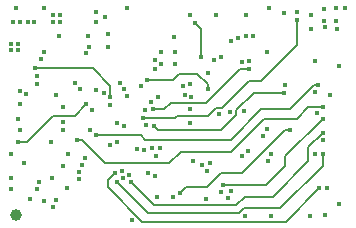
<source format=gbr>
%TF.GenerationSoftware,KiCad,Pcbnew,8.0.0*%
%TF.CreationDate,2024-09-22T12:37:06-04:00*%
%TF.ProjectId,MainBoard,4d61696e-426f-4617-9264-2e6b69636164,rev?*%
%TF.SameCoordinates,Original*%
%TF.FileFunction,Copper,L4,Inr*%
%TF.FilePolarity,Positive*%
%FSLAX46Y46*%
G04 Gerber Fmt 4.6, Leading zero omitted, Abs format (unit mm)*
G04 Created by KiCad (PCBNEW 8.0.0) date 2024-09-22 12:37:06*
%MOMM*%
%LPD*%
G01*
G04 APERTURE LIST*
%TA.AperFunction,ComponentPad*%
%ADD10C,1.000000*%
%TD*%
%TA.AperFunction,ViaPad*%
%ADD11C,0.450000*%
%TD*%
%TA.AperFunction,Conductor*%
%ADD12C,0.156500*%
%TD*%
G04 APERTURE END LIST*
D10*
%TO.N,GND*%
%TO.C,TP1*%
X86000000Y-91600000D03*
%TD*%
D11*
%TO.N,GND*%
X93989084Y-82249380D03*
X91925000Y-77853135D03*
X108800000Y-80550000D03*
X85625000Y-77075002D03*
X89700000Y-76400000D03*
X92216759Y-77371642D03*
X103200000Y-83000000D03*
X91346750Y-87899997D03*
X101764206Y-87297024D03*
X102783353Y-78405549D03*
X86338402Y-81075002D03*
X112200000Y-75664038D03*
X89168602Y-90882419D03*
X112051286Y-85251284D03*
X97487124Y-81959873D03*
X100892577Y-81567500D03*
X112105000Y-74100000D03*
X86866966Y-81275000D03*
X92167500Y-76400000D03*
X100349946Y-81442243D03*
X92330284Y-84350700D03*
X104857886Y-76604140D03*
X95033925Y-87856326D03*
X113137500Y-74000000D03*
X107432500Y-74000000D03*
X105657286Y-86105819D03*
X97003549Y-83967311D03*
X100800000Y-83800000D03*
X95640682Y-88159423D03*
X96957918Y-82700047D03*
X95188331Y-80921250D03*
X96248758Y-85994617D03*
X95196019Y-84059353D03*
X113420000Y-90600000D03*
X111377404Y-81177404D03*
X88168791Y-78354958D03*
X99400000Y-76450000D03*
X99467500Y-77800000D03*
X86175000Y-77075002D03*
X92459621Y-82659621D03*
X86200003Y-77600000D03*
X93461391Y-81222160D03*
X90000000Y-83724998D03*
X86730913Y-87199969D03*
X112349890Y-89287899D03*
X99345000Y-90046038D03*
X87805549Y-79783353D03*
X113369947Y-78918350D03*
X95860819Y-91975000D03*
X102975000Y-74600000D03*
X111349997Y-86400000D03*
X104216647Y-89503250D03*
X102439522Y-87195738D03*
X85625000Y-77600000D03*
X87200000Y-90233032D03*
X107605549Y-86383353D03*
X97800000Y-88255852D03*
X95400000Y-74032500D03*
X91855109Y-86706991D03*
X105797685Y-78521526D03*
X112582517Y-81395589D03*
X107294148Y-77794148D03*
X103394451Y-89616647D03*
X102300000Y-79500000D03*
X105330852Y-82780852D03*
X95130032Y-88423743D03*
X94616647Y-85394451D03*
X112105000Y-75100000D03*
X105441938Y-91618500D03*
X93800000Y-76232500D03*
X111540379Y-82940379D03*
X88367500Y-90400000D03*
X91459621Y-80859621D03*
X99467500Y-78800000D03*
X90400000Y-86400000D03*
X106125003Y-76400000D03*
X102100000Y-90200000D03*
X88400000Y-74000000D03*
X106965577Y-84857372D03*
X97538678Y-85906007D03*
X109800000Y-74400000D03*
%TO.N,+5V*%
X85800000Y-75232500D03*
X87600000Y-75250000D03*
X86400000Y-75250000D03*
X87024997Y-75250000D03*
%TO.N,+3V3*%
X87825002Y-89400000D03*
X89200000Y-75250000D03*
X98332500Y-78800000D03*
X105150000Y-78600000D03*
X105475000Y-74600000D03*
X100200000Y-80600000D03*
X97800000Y-79200000D03*
X107660000Y-91618500D03*
X108700000Y-74500000D03*
X113137500Y-75135000D03*
X100800000Y-74600000D03*
X111000000Y-75800000D03*
X97800000Y-78400000D03*
X92800000Y-74400000D03*
X97885504Y-86600000D03*
X89200000Y-74600000D03*
X104150000Y-82800000D03*
X113192630Y-75800000D03*
X86400000Y-82167500D03*
X98000000Y-90032500D03*
X89800000Y-74600000D03*
X98332500Y-77800000D03*
X88000000Y-88800000D03*
X92800000Y-75200000D03*
X93550000Y-74800000D03*
X111000000Y-74600000D03*
X89800000Y-75250000D03*
X100800000Y-80432500D03*
X112195000Y-91600000D03*
%TO.N,Net-(D1-K)*%
X86000000Y-74000000D03*
%TO.N,/IMU_BARO/BARO_CS*%
X101200000Y-75325000D03*
X101725000Y-78200000D03*
X96600000Y-80600000D03*
%TO.N,/Connectors/USB_D-*%
X85625000Y-88400000D03*
%TO.N,/Connectors/USB_D+*%
X85625000Y-89400000D03*
%TO.N,/IMU_BARO/MOSI*%
X104225000Y-76800000D03*
%TO.N,/IMU_BARO/IMU_CS*%
X95451172Y-81515740D03*
X111362501Y-78550002D03*
%TO.N,/IMU_BARO/SCK*%
X105475000Y-76400000D03*
X94600000Y-83800000D03*
%TO.N,/IMU_BARO/MISO*%
X103400000Y-78200000D03*
%TO.N,/MCU/SDIO_D3*%
X105193500Y-86606500D03*
X101000000Y-87000000D03*
%TO.N,/MCU/SDIO_D2*%
X102200000Y-87800000D03*
X107400000Y-87000000D03*
X110960000Y-91625000D03*
%TO.N,/MCU/SDIO_CMD*%
X98186315Y-85850602D03*
%TO.N,/MCU/SDIO_D0*%
X97200000Y-88000000D03*
X103988080Y-90132738D03*
%TO.N,/Connectors/PB11*%
X89124740Y-88447253D03*
%TO.N,/Connectors/PB10*%
X90000000Y-87400000D03*
%TO.N,/Connectors/PB2{slash}BOOT1*%
X112000000Y-82400000D03*
X91200000Y-85200000D03*
%TO.N,/Connectors/PB1*%
X85625000Y-86400000D03*
%TO.N,/Connectors/PB0*%
X89000000Y-85400000D03*
%TO.N,/Connectors/PC4*%
X90000000Y-84400000D03*
%TO.N,/Connectors/PA7*%
X86349749Y-84346750D03*
%TO.N,/Connectors/PA6*%
X86200000Y-83400000D03*
%TO.N,/Connectors/PA4*%
X90000000Y-82400000D03*
%TO.N,/Connectors/PA1*%
X89400000Y-81400000D03*
%TO.N,/Connectors/PA3*%
X87799700Y-80433330D03*
%TO.N,/Connectors/PA2*%
X88383243Y-77741351D03*
%TO.N,/Connectors/PA0*%
X91000000Y-80400000D03*
%TO.N,/Connectors/PC3*%
X92000000Y-82200000D03*
X86200000Y-85400000D03*
%TO.N,/Connectors/PC2*%
X92850000Y-81001470D03*
%TO.N,/Connectors/PC1*%
X87637631Y-79151088D03*
X94017509Y-81600000D03*
%TO.N,/Connectors/NRST*%
X93800000Y-77367500D03*
%TO.N,/Connectors/PC0*%
X94800000Y-80400000D03*
%TO.N,/Connectors/PB9*%
X98023659Y-81583230D03*
%TO.N,/Connectors/PB8*%
X97600000Y-82600000D03*
X105800011Y-79171524D03*
%TO.N,/Connectors/PB7*%
X109800000Y-75050003D03*
X96800000Y-83350001D03*
%TO.N,/Connectors/PB6*%
X97692272Y-84054232D03*
X108718143Y-81194828D03*
%TO.N,/Connectors/SWO*%
X107300000Y-84300000D03*
%TO.N,/Connectors/PA15*%
X96898350Y-86017737D03*
%TO.N,/Connectors/SWCLK*%
X112000000Y-83400000D03*
X103600000Y-89000000D03*
%TO.N,/Connectors/SWDIO*%
X99904133Y-89714567D03*
X109200000Y-84400000D03*
%TO.N,/Connectors/PA10*%
X111990867Y-84600000D03*
X95800000Y-88800000D03*
%TO.N,/Connectors/PA9*%
X94600000Y-88800000D03*
X112000000Y-86400000D03*
%TO.N,/Connectors/BOOT0*%
X100800000Y-82602500D03*
%TO.N,/Connectors/PA8*%
X94400000Y-88000000D03*
X111700000Y-89300000D03*
%TO.N,/Connectors/PC7*%
X94000000Y-85600000D03*
%TO.N,/Connectors/PC6*%
X91640453Y-87320133D03*
%TO.N,/Connectors/PB15*%
X91346750Y-88550000D03*
%TO.N,/Connectors/PB14*%
X92800000Y-84800000D03*
X111611215Y-80570909D03*
%TO.N,/Connectors/PB13*%
X90346750Y-89294692D03*
%TO.N,/Connectors/PB12*%
X89400000Y-90275000D03*
%TO.N,/IMU_BARO/MAG_CS*%
X97124122Y-80102877D03*
X102296875Y-80906375D03*
%TO.N,unconnected-(U3-INT1{slash}INT-Pad4)*%
X113872500Y-74002886D03*
%TD*%
D12*
%TO.N,/IMU_BARO/BARO_CS*%
X101725000Y-78200000D02*
X101725000Y-75850000D01*
X101725000Y-75850000D02*
X101200000Y-75325000D01*
%TO.N,/Connectors/PB2{slash}BOOT1*%
X109800000Y-83400000D02*
X110800000Y-82400000D01*
X91200000Y-85200000D02*
X91604227Y-85200000D01*
X104200000Y-86200000D02*
X107000000Y-83400000D01*
X91604227Y-85200000D02*
X93604227Y-87200000D01*
X100000000Y-86200000D02*
X104200000Y-86200000D01*
X110800000Y-82400000D02*
X112000000Y-82400000D01*
X99000000Y-87200000D02*
X100000000Y-86200000D01*
X107000000Y-83400000D02*
X109800000Y-83400000D01*
X93604227Y-87200000D02*
X99000000Y-87200000D01*
%TO.N,/Connectors/PC3*%
X86200000Y-85400000D02*
X87000000Y-85400000D01*
X89200000Y-83200000D02*
X91000000Y-83200000D01*
X87000000Y-85400000D02*
X89200000Y-83200000D01*
X91000000Y-83200000D02*
X92000000Y-82200000D01*
%TO.N,/Connectors/PC1*%
X87637631Y-79151088D02*
X92551088Y-79151088D01*
X92551088Y-79151088D02*
X94017509Y-80617509D01*
X94017509Y-80617509D02*
X94017509Y-81600000D01*
%TO.N,/Connectors/PB8*%
X102129250Y-82070750D02*
X99129250Y-82070750D01*
X98600000Y-82600000D02*
X97600000Y-82600000D01*
X105800011Y-79171524D02*
X105028476Y-79171524D01*
X99129250Y-82070750D02*
X98600000Y-82600000D01*
X105028476Y-79171524D02*
X102129250Y-82070750D01*
%TO.N,/Connectors/PB7*%
X102991547Y-82496750D02*
X102288297Y-83200000D01*
X99673252Y-83200000D02*
X99523251Y-83350001D01*
X99523251Y-83350001D02*
X96800000Y-83350001D01*
X109800000Y-77200000D02*
X106800000Y-80200000D01*
X106800000Y-80200000D02*
X105800000Y-80200000D01*
X103503250Y-82496750D02*
X102991547Y-82496750D01*
X102288297Y-83200000D02*
X99673252Y-83200000D01*
X109800000Y-75050003D02*
X109800000Y-77200000D01*
X105800000Y-80200000D02*
X103503250Y-82496750D01*
%TO.N,/Connectors/PB6*%
X98038040Y-84400000D02*
X97692272Y-84054232D01*
X103400000Y-84400000D02*
X98038040Y-84400000D01*
X108718143Y-81194828D02*
X106205172Y-81194828D01*
X106205172Y-81194828D02*
X104704251Y-82695749D01*
X104704251Y-83095749D02*
X103400000Y-84400000D01*
X104704251Y-82695749D02*
X104704251Y-83095749D01*
%TO.N,/Connectors/SWCLK*%
X107200000Y-89000000D02*
X103600000Y-89000000D01*
X108800000Y-86600000D02*
X108800000Y-87400000D01*
X108800000Y-87400000D02*
X107200000Y-89000000D01*
X112000000Y-83400000D02*
X108800000Y-86600000D01*
%TO.N,/Connectors/SWDIO*%
X103400000Y-88000000D02*
X105200000Y-88000000D01*
X108800000Y-84400000D02*
X109200000Y-84400000D01*
X100418700Y-89200000D02*
X102200000Y-89200000D01*
X99904133Y-89714567D02*
X100418700Y-89200000D01*
X105200000Y-88000000D02*
X108800000Y-84400000D01*
X102200000Y-89200000D02*
X103400000Y-88000000D01*
%TO.N,/Connectors/PA10*%
X110800000Y-85790867D02*
X110800000Y-87000000D01*
X107800000Y-90000000D02*
X105400000Y-90000000D01*
X105400000Y-90000000D02*
X104696750Y-90703250D01*
X97703250Y-90703250D02*
X95800000Y-88800000D01*
X104696750Y-90703250D02*
X97703250Y-90703250D01*
X110800000Y-87000000D02*
X107800000Y-90000000D01*
X111990867Y-84600000D02*
X110800000Y-85790867D01*
%TO.N,/Connectors/PA9*%
X112000000Y-87400000D02*
X108400000Y-91000000D01*
X105348735Y-91000000D02*
X104948735Y-91400000D01*
X112000000Y-86400000D02*
X112000000Y-87400000D01*
X108400000Y-91000000D02*
X105348735Y-91000000D01*
X97200000Y-91400000D02*
X94600000Y-88800000D01*
X104948735Y-91400000D02*
X97200000Y-91400000D01*
%TO.N,/Connectors/PA8*%
X108878250Y-92121750D02*
X96721750Y-92121750D01*
X111700000Y-89300000D02*
X108878250Y-92121750D01*
X96721750Y-92121750D02*
X93800000Y-89200000D01*
X93800000Y-89200000D02*
X93800000Y-88600000D01*
X93800000Y-88600000D02*
X94400000Y-88000000D01*
%TO.N,/Connectors/PB14*%
X106800000Y-82600000D02*
X104200000Y-85200000D01*
X111611215Y-80570909D02*
X111229091Y-80570909D01*
X109200000Y-82600000D02*
X106800000Y-82600000D01*
X104200000Y-85200000D02*
X97000000Y-85200000D01*
X111229091Y-80570909D02*
X109200000Y-82600000D01*
X96600000Y-84800000D02*
X92800000Y-84800000D01*
X97000000Y-85200000D02*
X96600000Y-84800000D01*
%TO.N,/IMU_BARO/MAG_CS*%
X101400000Y-79600000D02*
X102296875Y-80496875D01*
X99813500Y-79600000D02*
X101400000Y-79600000D01*
X97124122Y-80102877D02*
X99310623Y-80102877D01*
X99310623Y-80102877D02*
X99813500Y-79600000D01*
X102296875Y-80496875D02*
X102296875Y-80906375D01*
%TD*%
M02*

</source>
